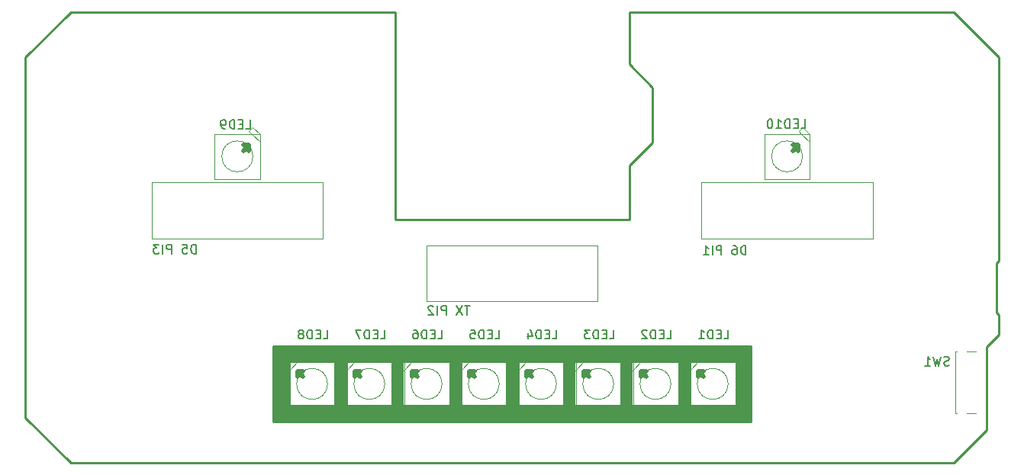
<source format=gbr>
%TF.GenerationSoftware,KiCad,Pcbnew,9.0.2*%
%TF.CreationDate,2025-06-25T10:28:10+01:00*%
%TF.ProjectId,FED3,46454433-2e6b-4696-9361-645f70636258,rev?*%
%TF.SameCoordinates,Original*%
%TF.FileFunction,Legend,Bot*%
%TF.FilePolarity,Positive*%
%FSLAX46Y46*%
G04 Gerber Fmt 4.6, Leading zero omitted, Abs format (unit mm)*
G04 Created by KiCad (PCBNEW 9.0.2) date 2025-06-25 10:28:10*
%MOMM*%
%LPD*%
G01*
G04 APERTURE LIST*
%ADD10C,0.508000*%
%ADD11C,0.200000*%
%ADD12C,0.100000*%
%TA.AperFunction,Profile*%
%ADD13C,0.250000*%
%TD*%
G04 APERTURE END LIST*
D10*
X156413600Y-119843600D02*
X157048600Y-120478600D01*
X137363600Y-119843600D02*
X137998600Y-120478600D01*
X169113600Y-119843600D02*
X169748600Y-119843600D01*
X162763600Y-119843600D02*
X163398600Y-120478600D01*
X169113600Y-119843600D02*
X169748600Y-120478600D01*
X162763600Y-119843600D02*
X163398600Y-119843600D01*
X124663600Y-119843600D02*
X125298600Y-120478600D01*
X119291500Y-94735700D02*
X119291500Y-95370700D01*
X180251500Y-94735700D02*
X179616500Y-95370700D01*
X156413600Y-119843600D02*
X156413600Y-120478600D01*
X143713600Y-119843600D02*
X144348600Y-120478600D01*
X131013600Y-119843600D02*
X131013600Y-120478600D01*
X137363600Y-119843600D02*
X137363600Y-120478600D01*
X150063600Y-119843600D02*
X150698600Y-120478600D01*
X180251500Y-94735700D02*
X180251500Y-95370700D01*
X131013600Y-119843600D02*
X131648600Y-120478600D01*
X169113600Y-119843600D02*
X169113600Y-120478600D01*
X119291500Y-94735700D02*
X118656500Y-95370700D01*
X137363600Y-119843600D02*
X137998600Y-119843600D01*
X143713600Y-119843600D02*
X144348600Y-119843600D01*
X156413600Y-119843600D02*
X157048600Y-119843600D01*
X162763600Y-119843600D02*
X162763600Y-120478600D01*
X150063600Y-119843600D02*
X150063600Y-120478600D01*
X124663600Y-119843600D02*
X124663600Y-120478600D01*
X119291500Y-94735700D02*
X118656500Y-94735700D01*
X150063600Y-119843600D02*
X150698600Y-119843600D01*
X131013600Y-119843600D02*
X131648600Y-119843600D01*
X143713600Y-119843600D02*
X143713600Y-120478600D01*
X124663600Y-119843600D02*
X125298600Y-119843600D01*
X180251500Y-94735700D02*
X179616500Y-94735700D01*
D11*
X174430326Y-106917219D02*
X174430326Y-105917219D01*
X174430326Y-105917219D02*
X174192231Y-105917219D01*
X174192231Y-105917219D02*
X174049374Y-105964838D01*
X174049374Y-105964838D02*
X173954136Y-106060076D01*
X173954136Y-106060076D02*
X173906517Y-106155314D01*
X173906517Y-106155314D02*
X173858898Y-106345790D01*
X173858898Y-106345790D02*
X173858898Y-106488647D01*
X173858898Y-106488647D02*
X173906517Y-106679123D01*
X173906517Y-106679123D02*
X173954136Y-106774361D01*
X173954136Y-106774361D02*
X174049374Y-106869600D01*
X174049374Y-106869600D02*
X174192231Y-106917219D01*
X174192231Y-106917219D02*
X174430326Y-106917219D01*
X173001755Y-105917219D02*
X173192231Y-105917219D01*
X173192231Y-105917219D02*
X173287469Y-105964838D01*
X173287469Y-105964838D02*
X173335088Y-106012457D01*
X173335088Y-106012457D02*
X173430326Y-106155314D01*
X173430326Y-106155314D02*
X173477945Y-106345790D01*
X173477945Y-106345790D02*
X173477945Y-106726742D01*
X173477945Y-106726742D02*
X173430326Y-106821980D01*
X173430326Y-106821980D02*
X173382707Y-106869600D01*
X173382707Y-106869600D02*
X173287469Y-106917219D01*
X173287469Y-106917219D02*
X173096993Y-106917219D01*
X173096993Y-106917219D02*
X173001755Y-106869600D01*
X173001755Y-106869600D02*
X172954136Y-106821980D01*
X172954136Y-106821980D02*
X172906517Y-106726742D01*
X172906517Y-106726742D02*
X172906517Y-106488647D01*
X172906517Y-106488647D02*
X172954136Y-106393409D01*
X172954136Y-106393409D02*
X173001755Y-106345790D01*
X173001755Y-106345790D02*
X173096993Y-106298171D01*
X173096993Y-106298171D02*
X173287469Y-106298171D01*
X173287469Y-106298171D02*
X173382707Y-106345790D01*
X173382707Y-106345790D02*
X173430326Y-106393409D01*
X173430326Y-106393409D02*
X173477945Y-106488647D01*
X171716040Y-106917219D02*
X171716040Y-105917219D01*
X171716040Y-105917219D02*
X171335088Y-105917219D01*
X171335088Y-105917219D02*
X171239850Y-105964838D01*
X171239850Y-105964838D02*
X171192231Y-106012457D01*
X171192231Y-106012457D02*
X171144612Y-106107695D01*
X171144612Y-106107695D02*
X171144612Y-106250552D01*
X171144612Y-106250552D02*
X171192231Y-106345790D01*
X171192231Y-106345790D02*
X171239850Y-106393409D01*
X171239850Y-106393409D02*
X171335088Y-106441028D01*
X171335088Y-106441028D02*
X171716040Y-106441028D01*
X170716040Y-106917219D02*
X170716040Y-105917219D01*
X169716041Y-106917219D02*
X170287469Y-106917219D01*
X170001755Y-106917219D02*
X170001755Y-105917219D01*
X170001755Y-105917219D02*
X170096993Y-106060076D01*
X170096993Y-106060076D02*
X170192231Y-106155314D01*
X170192231Y-106155314D02*
X170287469Y-106202933D01*
X143798183Y-112592219D02*
X143226755Y-112592219D01*
X143512469Y-113592219D02*
X143512469Y-112592219D01*
X142988659Y-112592219D02*
X142321993Y-113592219D01*
X142321993Y-112592219D02*
X142988659Y-113592219D01*
X141179135Y-113592219D02*
X141179135Y-112592219D01*
X141179135Y-112592219D02*
X140798183Y-112592219D01*
X140798183Y-112592219D02*
X140702945Y-112639838D01*
X140702945Y-112639838D02*
X140655326Y-112687457D01*
X140655326Y-112687457D02*
X140607707Y-112782695D01*
X140607707Y-112782695D02*
X140607707Y-112925552D01*
X140607707Y-112925552D02*
X140655326Y-113020790D01*
X140655326Y-113020790D02*
X140702945Y-113068409D01*
X140702945Y-113068409D02*
X140798183Y-113116028D01*
X140798183Y-113116028D02*
X141179135Y-113116028D01*
X140179135Y-113592219D02*
X140179135Y-112592219D01*
X139750564Y-112687457D02*
X139702945Y-112639838D01*
X139702945Y-112639838D02*
X139607707Y-112592219D01*
X139607707Y-112592219D02*
X139369612Y-112592219D01*
X139369612Y-112592219D02*
X139274374Y-112639838D01*
X139274374Y-112639838D02*
X139226755Y-112687457D01*
X139226755Y-112687457D02*
X139179136Y-112782695D01*
X139179136Y-112782695D02*
X139179136Y-112877933D01*
X139179136Y-112877933D02*
X139226755Y-113020790D01*
X139226755Y-113020790D02*
X139798183Y-113592219D01*
X139798183Y-113592219D02*
X139179136Y-113592219D01*
X113405326Y-106792219D02*
X113405326Y-105792219D01*
X113405326Y-105792219D02*
X113167231Y-105792219D01*
X113167231Y-105792219D02*
X113024374Y-105839838D01*
X113024374Y-105839838D02*
X112929136Y-105935076D01*
X112929136Y-105935076D02*
X112881517Y-106030314D01*
X112881517Y-106030314D02*
X112833898Y-106220790D01*
X112833898Y-106220790D02*
X112833898Y-106363647D01*
X112833898Y-106363647D02*
X112881517Y-106554123D01*
X112881517Y-106554123D02*
X112929136Y-106649361D01*
X112929136Y-106649361D02*
X113024374Y-106744600D01*
X113024374Y-106744600D02*
X113167231Y-106792219D01*
X113167231Y-106792219D02*
X113405326Y-106792219D01*
X111929136Y-105792219D02*
X112405326Y-105792219D01*
X112405326Y-105792219D02*
X112452945Y-106268409D01*
X112452945Y-106268409D02*
X112405326Y-106220790D01*
X112405326Y-106220790D02*
X112310088Y-106173171D01*
X112310088Y-106173171D02*
X112071993Y-106173171D01*
X112071993Y-106173171D02*
X111976755Y-106220790D01*
X111976755Y-106220790D02*
X111929136Y-106268409D01*
X111929136Y-106268409D02*
X111881517Y-106363647D01*
X111881517Y-106363647D02*
X111881517Y-106601742D01*
X111881517Y-106601742D02*
X111929136Y-106696980D01*
X111929136Y-106696980D02*
X111976755Y-106744600D01*
X111976755Y-106744600D02*
X112071993Y-106792219D01*
X112071993Y-106792219D02*
X112310088Y-106792219D01*
X112310088Y-106792219D02*
X112405326Y-106744600D01*
X112405326Y-106744600D02*
X112452945Y-106696980D01*
X110691040Y-106792219D02*
X110691040Y-105792219D01*
X110691040Y-105792219D02*
X110310088Y-105792219D01*
X110310088Y-105792219D02*
X110214850Y-105839838D01*
X110214850Y-105839838D02*
X110167231Y-105887457D01*
X110167231Y-105887457D02*
X110119612Y-105982695D01*
X110119612Y-105982695D02*
X110119612Y-106125552D01*
X110119612Y-106125552D02*
X110167231Y-106220790D01*
X110167231Y-106220790D02*
X110214850Y-106268409D01*
X110214850Y-106268409D02*
X110310088Y-106316028D01*
X110310088Y-106316028D02*
X110691040Y-106316028D01*
X109691040Y-106792219D02*
X109691040Y-105792219D01*
X109310088Y-105792219D02*
X108691041Y-105792219D01*
X108691041Y-105792219D02*
X109024374Y-106173171D01*
X109024374Y-106173171D02*
X108881517Y-106173171D01*
X108881517Y-106173171D02*
X108786279Y-106220790D01*
X108786279Y-106220790D02*
X108738660Y-106268409D01*
X108738660Y-106268409D02*
X108691041Y-106363647D01*
X108691041Y-106363647D02*
X108691041Y-106601742D01*
X108691041Y-106601742D02*
X108738660Y-106696980D01*
X108738660Y-106696980D02*
X108786279Y-106744600D01*
X108786279Y-106744600D02*
X108881517Y-106792219D01*
X108881517Y-106792219D02*
X109167231Y-106792219D01*
X109167231Y-106792219D02*
X109262469Y-106744600D01*
X109262469Y-106744600D02*
X109310088Y-106696980D01*
X180536340Y-92887219D02*
X181012530Y-92887219D01*
X181012530Y-92887219D02*
X181012530Y-91887219D01*
X180203006Y-92363409D02*
X179869673Y-92363409D01*
X179726816Y-92887219D02*
X180203006Y-92887219D01*
X180203006Y-92887219D02*
X180203006Y-91887219D01*
X180203006Y-91887219D02*
X179726816Y-91887219D01*
X179298244Y-92887219D02*
X179298244Y-91887219D01*
X179298244Y-91887219D02*
X179060149Y-91887219D01*
X179060149Y-91887219D02*
X178917292Y-91934838D01*
X178917292Y-91934838D02*
X178822054Y-92030076D01*
X178822054Y-92030076D02*
X178774435Y-92125314D01*
X178774435Y-92125314D02*
X178726816Y-92315790D01*
X178726816Y-92315790D02*
X178726816Y-92458647D01*
X178726816Y-92458647D02*
X178774435Y-92649123D01*
X178774435Y-92649123D02*
X178822054Y-92744361D01*
X178822054Y-92744361D02*
X178917292Y-92839600D01*
X178917292Y-92839600D02*
X179060149Y-92887219D01*
X179060149Y-92887219D02*
X179298244Y-92887219D01*
X177774435Y-92887219D02*
X178345863Y-92887219D01*
X178060149Y-92887219D02*
X178060149Y-91887219D01*
X178060149Y-91887219D02*
X178155387Y-92030076D01*
X178155387Y-92030076D02*
X178250625Y-92125314D01*
X178250625Y-92125314D02*
X178345863Y-92172933D01*
X177155387Y-91887219D02*
X177060149Y-91887219D01*
X177060149Y-91887219D02*
X176964911Y-91934838D01*
X176964911Y-91934838D02*
X176917292Y-91982457D01*
X176917292Y-91982457D02*
X176869673Y-92077695D01*
X176869673Y-92077695D02*
X176822054Y-92268171D01*
X176822054Y-92268171D02*
X176822054Y-92506266D01*
X176822054Y-92506266D02*
X176869673Y-92696742D01*
X176869673Y-92696742D02*
X176917292Y-92791980D01*
X176917292Y-92791980D02*
X176964911Y-92839600D01*
X176964911Y-92839600D02*
X177060149Y-92887219D01*
X177060149Y-92887219D02*
X177155387Y-92887219D01*
X177155387Y-92887219D02*
X177250625Y-92839600D01*
X177250625Y-92839600D02*
X177298244Y-92791980D01*
X177298244Y-92791980D02*
X177345863Y-92696742D01*
X177345863Y-92696742D02*
X177393482Y-92506266D01*
X177393482Y-92506266D02*
X177393482Y-92268171D01*
X177393482Y-92268171D02*
X177345863Y-92077695D01*
X177345863Y-92077695D02*
X177298244Y-91982457D01*
X177298244Y-91982457D02*
X177250625Y-91934838D01*
X177250625Y-91934838D02*
X177155387Y-91887219D01*
X152944359Y-116270719D02*
X153420549Y-116270719D01*
X153420549Y-116270719D02*
X153420549Y-115270719D01*
X152611025Y-115746909D02*
X152277692Y-115746909D01*
X152134835Y-116270719D02*
X152611025Y-116270719D01*
X152611025Y-116270719D02*
X152611025Y-115270719D01*
X152611025Y-115270719D02*
X152134835Y-115270719D01*
X151706263Y-116270719D02*
X151706263Y-115270719D01*
X151706263Y-115270719D02*
X151468168Y-115270719D01*
X151468168Y-115270719D02*
X151325311Y-115318338D01*
X151325311Y-115318338D02*
X151230073Y-115413576D01*
X151230073Y-115413576D02*
X151182454Y-115508814D01*
X151182454Y-115508814D02*
X151134835Y-115699290D01*
X151134835Y-115699290D02*
X151134835Y-115842147D01*
X151134835Y-115842147D02*
X151182454Y-116032623D01*
X151182454Y-116032623D02*
X151230073Y-116127861D01*
X151230073Y-116127861D02*
X151325311Y-116223100D01*
X151325311Y-116223100D02*
X151468168Y-116270719D01*
X151468168Y-116270719D02*
X151706263Y-116270719D01*
X150277692Y-115604052D02*
X150277692Y-116270719D01*
X150515787Y-115223100D02*
X150753882Y-115937385D01*
X150753882Y-115937385D02*
X150134835Y-115937385D01*
X196988720Y-119189600D02*
X196845863Y-119237219D01*
X196845863Y-119237219D02*
X196607768Y-119237219D01*
X196607768Y-119237219D02*
X196512530Y-119189600D01*
X196512530Y-119189600D02*
X196464911Y-119141980D01*
X196464911Y-119141980D02*
X196417292Y-119046742D01*
X196417292Y-119046742D02*
X196417292Y-118951504D01*
X196417292Y-118951504D02*
X196464911Y-118856266D01*
X196464911Y-118856266D02*
X196512530Y-118808647D01*
X196512530Y-118808647D02*
X196607768Y-118761028D01*
X196607768Y-118761028D02*
X196798244Y-118713409D01*
X196798244Y-118713409D02*
X196893482Y-118665790D01*
X196893482Y-118665790D02*
X196941101Y-118618171D01*
X196941101Y-118618171D02*
X196988720Y-118522933D01*
X196988720Y-118522933D02*
X196988720Y-118427695D01*
X196988720Y-118427695D02*
X196941101Y-118332457D01*
X196941101Y-118332457D02*
X196893482Y-118284838D01*
X196893482Y-118284838D02*
X196798244Y-118237219D01*
X196798244Y-118237219D02*
X196560149Y-118237219D01*
X196560149Y-118237219D02*
X196417292Y-118284838D01*
X196083958Y-118237219D02*
X195845863Y-119237219D01*
X195845863Y-119237219D02*
X195655387Y-118522933D01*
X195655387Y-118522933D02*
X195464911Y-119237219D01*
X195464911Y-119237219D02*
X195226816Y-118237219D01*
X194322054Y-119237219D02*
X194893482Y-119237219D01*
X194607768Y-119237219D02*
X194607768Y-118237219D01*
X194607768Y-118237219D02*
X194703006Y-118380076D01*
X194703006Y-118380076D02*
X194798244Y-118475314D01*
X194798244Y-118475314D02*
X194893482Y-118522933D01*
X118933959Y-92937219D02*
X119410149Y-92937219D01*
X119410149Y-92937219D02*
X119410149Y-91937219D01*
X118600625Y-92413409D02*
X118267292Y-92413409D01*
X118124435Y-92937219D02*
X118600625Y-92937219D01*
X118600625Y-92937219D02*
X118600625Y-91937219D01*
X118600625Y-91937219D02*
X118124435Y-91937219D01*
X117695863Y-92937219D02*
X117695863Y-91937219D01*
X117695863Y-91937219D02*
X117457768Y-91937219D01*
X117457768Y-91937219D02*
X117314911Y-91984838D01*
X117314911Y-91984838D02*
X117219673Y-92080076D01*
X117219673Y-92080076D02*
X117172054Y-92175314D01*
X117172054Y-92175314D02*
X117124435Y-92365790D01*
X117124435Y-92365790D02*
X117124435Y-92508647D01*
X117124435Y-92508647D02*
X117172054Y-92699123D01*
X117172054Y-92699123D02*
X117219673Y-92794361D01*
X117219673Y-92794361D02*
X117314911Y-92889600D01*
X117314911Y-92889600D02*
X117457768Y-92937219D01*
X117457768Y-92937219D02*
X117695863Y-92937219D01*
X116648244Y-92937219D02*
X116457768Y-92937219D01*
X116457768Y-92937219D02*
X116362530Y-92889600D01*
X116362530Y-92889600D02*
X116314911Y-92841980D01*
X116314911Y-92841980D02*
X116219673Y-92699123D01*
X116219673Y-92699123D02*
X116172054Y-92508647D01*
X116172054Y-92508647D02*
X116172054Y-92127695D01*
X116172054Y-92127695D02*
X116219673Y-92032457D01*
X116219673Y-92032457D02*
X116267292Y-91984838D01*
X116267292Y-91984838D02*
X116362530Y-91937219D01*
X116362530Y-91937219D02*
X116553006Y-91937219D01*
X116553006Y-91937219D02*
X116648244Y-91984838D01*
X116648244Y-91984838D02*
X116695863Y-92032457D01*
X116695863Y-92032457D02*
X116743482Y-92127695D01*
X116743482Y-92127695D02*
X116743482Y-92365790D01*
X116743482Y-92365790D02*
X116695863Y-92461028D01*
X116695863Y-92461028D02*
X116648244Y-92508647D01*
X116648244Y-92508647D02*
X116553006Y-92556266D01*
X116553006Y-92556266D02*
X116362530Y-92556266D01*
X116362530Y-92556266D02*
X116267292Y-92508647D01*
X116267292Y-92508647D02*
X116219673Y-92461028D01*
X116219673Y-92461028D02*
X116172054Y-92365790D01*
X127544359Y-116270719D02*
X128020549Y-116270719D01*
X128020549Y-116270719D02*
X128020549Y-115270719D01*
X127211025Y-115746909D02*
X126877692Y-115746909D01*
X126734835Y-116270719D02*
X127211025Y-116270719D01*
X127211025Y-116270719D02*
X127211025Y-115270719D01*
X127211025Y-115270719D02*
X126734835Y-115270719D01*
X126306263Y-116270719D02*
X126306263Y-115270719D01*
X126306263Y-115270719D02*
X126068168Y-115270719D01*
X126068168Y-115270719D02*
X125925311Y-115318338D01*
X125925311Y-115318338D02*
X125830073Y-115413576D01*
X125830073Y-115413576D02*
X125782454Y-115508814D01*
X125782454Y-115508814D02*
X125734835Y-115699290D01*
X125734835Y-115699290D02*
X125734835Y-115842147D01*
X125734835Y-115842147D02*
X125782454Y-116032623D01*
X125782454Y-116032623D02*
X125830073Y-116127861D01*
X125830073Y-116127861D02*
X125925311Y-116223100D01*
X125925311Y-116223100D02*
X126068168Y-116270719D01*
X126068168Y-116270719D02*
X126306263Y-116270719D01*
X125163406Y-115699290D02*
X125258644Y-115651671D01*
X125258644Y-115651671D02*
X125306263Y-115604052D01*
X125306263Y-115604052D02*
X125353882Y-115508814D01*
X125353882Y-115508814D02*
X125353882Y-115461195D01*
X125353882Y-115461195D02*
X125306263Y-115365957D01*
X125306263Y-115365957D02*
X125258644Y-115318338D01*
X125258644Y-115318338D02*
X125163406Y-115270719D01*
X125163406Y-115270719D02*
X124972930Y-115270719D01*
X124972930Y-115270719D02*
X124877692Y-115318338D01*
X124877692Y-115318338D02*
X124830073Y-115365957D01*
X124830073Y-115365957D02*
X124782454Y-115461195D01*
X124782454Y-115461195D02*
X124782454Y-115508814D01*
X124782454Y-115508814D02*
X124830073Y-115604052D01*
X124830073Y-115604052D02*
X124877692Y-115651671D01*
X124877692Y-115651671D02*
X124972930Y-115699290D01*
X124972930Y-115699290D02*
X125163406Y-115699290D01*
X125163406Y-115699290D02*
X125258644Y-115746909D01*
X125258644Y-115746909D02*
X125306263Y-115794528D01*
X125306263Y-115794528D02*
X125353882Y-115889766D01*
X125353882Y-115889766D02*
X125353882Y-116080242D01*
X125353882Y-116080242D02*
X125306263Y-116175480D01*
X125306263Y-116175480D02*
X125258644Y-116223100D01*
X125258644Y-116223100D02*
X125163406Y-116270719D01*
X125163406Y-116270719D02*
X124972930Y-116270719D01*
X124972930Y-116270719D02*
X124877692Y-116223100D01*
X124877692Y-116223100D02*
X124830073Y-116175480D01*
X124830073Y-116175480D02*
X124782454Y-116080242D01*
X124782454Y-116080242D02*
X124782454Y-115889766D01*
X124782454Y-115889766D02*
X124830073Y-115794528D01*
X124830073Y-115794528D02*
X124877692Y-115746909D01*
X124877692Y-115746909D02*
X124972930Y-115699290D01*
X159294359Y-116270719D02*
X159770549Y-116270719D01*
X159770549Y-116270719D02*
X159770549Y-115270719D01*
X158961025Y-115746909D02*
X158627692Y-115746909D01*
X158484835Y-116270719D02*
X158961025Y-116270719D01*
X158961025Y-116270719D02*
X158961025Y-115270719D01*
X158961025Y-115270719D02*
X158484835Y-115270719D01*
X158056263Y-116270719D02*
X158056263Y-115270719D01*
X158056263Y-115270719D02*
X157818168Y-115270719D01*
X157818168Y-115270719D02*
X157675311Y-115318338D01*
X157675311Y-115318338D02*
X157580073Y-115413576D01*
X157580073Y-115413576D02*
X157532454Y-115508814D01*
X157532454Y-115508814D02*
X157484835Y-115699290D01*
X157484835Y-115699290D02*
X157484835Y-115842147D01*
X157484835Y-115842147D02*
X157532454Y-116032623D01*
X157532454Y-116032623D02*
X157580073Y-116127861D01*
X157580073Y-116127861D02*
X157675311Y-116223100D01*
X157675311Y-116223100D02*
X157818168Y-116270719D01*
X157818168Y-116270719D02*
X158056263Y-116270719D01*
X157151501Y-115270719D02*
X156532454Y-115270719D01*
X156532454Y-115270719D02*
X156865787Y-115651671D01*
X156865787Y-115651671D02*
X156722930Y-115651671D01*
X156722930Y-115651671D02*
X156627692Y-115699290D01*
X156627692Y-115699290D02*
X156580073Y-115746909D01*
X156580073Y-115746909D02*
X156532454Y-115842147D01*
X156532454Y-115842147D02*
X156532454Y-116080242D01*
X156532454Y-116080242D02*
X156580073Y-116175480D01*
X156580073Y-116175480D02*
X156627692Y-116223100D01*
X156627692Y-116223100D02*
X156722930Y-116270719D01*
X156722930Y-116270719D02*
X157008644Y-116270719D01*
X157008644Y-116270719D02*
X157103882Y-116223100D01*
X157103882Y-116223100D02*
X157151501Y-116175480D01*
X171994359Y-116270719D02*
X172470549Y-116270719D01*
X172470549Y-116270719D02*
X172470549Y-115270719D01*
X171661025Y-115746909D02*
X171327692Y-115746909D01*
X171184835Y-116270719D02*
X171661025Y-116270719D01*
X171661025Y-116270719D02*
X171661025Y-115270719D01*
X171661025Y-115270719D02*
X171184835Y-115270719D01*
X170756263Y-116270719D02*
X170756263Y-115270719D01*
X170756263Y-115270719D02*
X170518168Y-115270719D01*
X170518168Y-115270719D02*
X170375311Y-115318338D01*
X170375311Y-115318338D02*
X170280073Y-115413576D01*
X170280073Y-115413576D02*
X170232454Y-115508814D01*
X170232454Y-115508814D02*
X170184835Y-115699290D01*
X170184835Y-115699290D02*
X170184835Y-115842147D01*
X170184835Y-115842147D02*
X170232454Y-116032623D01*
X170232454Y-116032623D02*
X170280073Y-116127861D01*
X170280073Y-116127861D02*
X170375311Y-116223100D01*
X170375311Y-116223100D02*
X170518168Y-116270719D01*
X170518168Y-116270719D02*
X170756263Y-116270719D01*
X169232454Y-116270719D02*
X169803882Y-116270719D01*
X169518168Y-116270719D02*
X169518168Y-115270719D01*
X169518168Y-115270719D02*
X169613406Y-115413576D01*
X169613406Y-115413576D02*
X169708644Y-115508814D01*
X169708644Y-115508814D02*
X169803882Y-115556433D01*
X165644359Y-116270719D02*
X166120549Y-116270719D01*
X166120549Y-116270719D02*
X166120549Y-115270719D01*
X165311025Y-115746909D02*
X164977692Y-115746909D01*
X164834835Y-116270719D02*
X165311025Y-116270719D01*
X165311025Y-116270719D02*
X165311025Y-115270719D01*
X165311025Y-115270719D02*
X164834835Y-115270719D01*
X164406263Y-116270719D02*
X164406263Y-115270719D01*
X164406263Y-115270719D02*
X164168168Y-115270719D01*
X164168168Y-115270719D02*
X164025311Y-115318338D01*
X164025311Y-115318338D02*
X163930073Y-115413576D01*
X163930073Y-115413576D02*
X163882454Y-115508814D01*
X163882454Y-115508814D02*
X163834835Y-115699290D01*
X163834835Y-115699290D02*
X163834835Y-115842147D01*
X163834835Y-115842147D02*
X163882454Y-116032623D01*
X163882454Y-116032623D02*
X163930073Y-116127861D01*
X163930073Y-116127861D02*
X164025311Y-116223100D01*
X164025311Y-116223100D02*
X164168168Y-116270719D01*
X164168168Y-116270719D02*
X164406263Y-116270719D01*
X163453882Y-115365957D02*
X163406263Y-115318338D01*
X163406263Y-115318338D02*
X163311025Y-115270719D01*
X163311025Y-115270719D02*
X163072930Y-115270719D01*
X163072930Y-115270719D02*
X162977692Y-115318338D01*
X162977692Y-115318338D02*
X162930073Y-115365957D01*
X162930073Y-115365957D02*
X162882454Y-115461195D01*
X162882454Y-115461195D02*
X162882454Y-115556433D01*
X162882454Y-115556433D02*
X162930073Y-115699290D01*
X162930073Y-115699290D02*
X163501501Y-116270719D01*
X163501501Y-116270719D02*
X162882454Y-116270719D01*
X140244359Y-116270719D02*
X140720549Y-116270719D01*
X140720549Y-116270719D02*
X140720549Y-115270719D01*
X139911025Y-115746909D02*
X139577692Y-115746909D01*
X139434835Y-116270719D02*
X139911025Y-116270719D01*
X139911025Y-116270719D02*
X139911025Y-115270719D01*
X139911025Y-115270719D02*
X139434835Y-115270719D01*
X139006263Y-116270719D02*
X139006263Y-115270719D01*
X139006263Y-115270719D02*
X138768168Y-115270719D01*
X138768168Y-115270719D02*
X138625311Y-115318338D01*
X138625311Y-115318338D02*
X138530073Y-115413576D01*
X138530073Y-115413576D02*
X138482454Y-115508814D01*
X138482454Y-115508814D02*
X138434835Y-115699290D01*
X138434835Y-115699290D02*
X138434835Y-115842147D01*
X138434835Y-115842147D02*
X138482454Y-116032623D01*
X138482454Y-116032623D02*
X138530073Y-116127861D01*
X138530073Y-116127861D02*
X138625311Y-116223100D01*
X138625311Y-116223100D02*
X138768168Y-116270719D01*
X138768168Y-116270719D02*
X139006263Y-116270719D01*
X137577692Y-115270719D02*
X137768168Y-115270719D01*
X137768168Y-115270719D02*
X137863406Y-115318338D01*
X137863406Y-115318338D02*
X137911025Y-115365957D01*
X137911025Y-115365957D02*
X138006263Y-115508814D01*
X138006263Y-115508814D02*
X138053882Y-115699290D01*
X138053882Y-115699290D02*
X138053882Y-116080242D01*
X138053882Y-116080242D02*
X138006263Y-116175480D01*
X138006263Y-116175480D02*
X137958644Y-116223100D01*
X137958644Y-116223100D02*
X137863406Y-116270719D01*
X137863406Y-116270719D02*
X137672930Y-116270719D01*
X137672930Y-116270719D02*
X137577692Y-116223100D01*
X137577692Y-116223100D02*
X137530073Y-116175480D01*
X137530073Y-116175480D02*
X137482454Y-116080242D01*
X137482454Y-116080242D02*
X137482454Y-115842147D01*
X137482454Y-115842147D02*
X137530073Y-115746909D01*
X137530073Y-115746909D02*
X137577692Y-115699290D01*
X137577692Y-115699290D02*
X137672930Y-115651671D01*
X137672930Y-115651671D02*
X137863406Y-115651671D01*
X137863406Y-115651671D02*
X137958644Y-115699290D01*
X137958644Y-115699290D02*
X138006263Y-115746909D01*
X138006263Y-115746909D02*
X138053882Y-115842147D01*
X133894359Y-116270719D02*
X134370549Y-116270719D01*
X134370549Y-116270719D02*
X134370549Y-115270719D01*
X133561025Y-115746909D02*
X133227692Y-115746909D01*
X133084835Y-116270719D02*
X133561025Y-116270719D01*
X133561025Y-116270719D02*
X133561025Y-115270719D01*
X133561025Y-115270719D02*
X133084835Y-115270719D01*
X132656263Y-116270719D02*
X132656263Y-115270719D01*
X132656263Y-115270719D02*
X132418168Y-115270719D01*
X132418168Y-115270719D02*
X132275311Y-115318338D01*
X132275311Y-115318338D02*
X132180073Y-115413576D01*
X132180073Y-115413576D02*
X132132454Y-115508814D01*
X132132454Y-115508814D02*
X132084835Y-115699290D01*
X132084835Y-115699290D02*
X132084835Y-115842147D01*
X132084835Y-115842147D02*
X132132454Y-116032623D01*
X132132454Y-116032623D02*
X132180073Y-116127861D01*
X132180073Y-116127861D02*
X132275311Y-116223100D01*
X132275311Y-116223100D02*
X132418168Y-116270719D01*
X132418168Y-116270719D02*
X132656263Y-116270719D01*
X131751501Y-115270719D02*
X131084835Y-115270719D01*
X131084835Y-115270719D02*
X131513406Y-116270719D01*
X146594359Y-116270719D02*
X147070549Y-116270719D01*
X147070549Y-116270719D02*
X147070549Y-115270719D01*
X146261025Y-115746909D02*
X145927692Y-115746909D01*
X145784835Y-116270719D02*
X146261025Y-116270719D01*
X146261025Y-116270719D02*
X146261025Y-115270719D01*
X146261025Y-115270719D02*
X145784835Y-115270719D01*
X145356263Y-116270719D02*
X145356263Y-115270719D01*
X145356263Y-115270719D02*
X145118168Y-115270719D01*
X145118168Y-115270719D02*
X144975311Y-115318338D01*
X144975311Y-115318338D02*
X144880073Y-115413576D01*
X144880073Y-115413576D02*
X144832454Y-115508814D01*
X144832454Y-115508814D02*
X144784835Y-115699290D01*
X144784835Y-115699290D02*
X144784835Y-115842147D01*
X144784835Y-115842147D02*
X144832454Y-116032623D01*
X144832454Y-116032623D02*
X144880073Y-116127861D01*
X144880073Y-116127861D02*
X144975311Y-116223100D01*
X144975311Y-116223100D02*
X145118168Y-116270719D01*
X145118168Y-116270719D02*
X145356263Y-116270719D01*
X143880073Y-115270719D02*
X144356263Y-115270719D01*
X144356263Y-115270719D02*
X144403882Y-115746909D01*
X144403882Y-115746909D02*
X144356263Y-115699290D01*
X144356263Y-115699290D02*
X144261025Y-115651671D01*
X144261025Y-115651671D02*
X144022930Y-115651671D01*
X144022930Y-115651671D02*
X143927692Y-115699290D01*
X143927692Y-115699290D02*
X143880073Y-115746909D01*
X143880073Y-115746909D02*
X143832454Y-115842147D01*
X143832454Y-115842147D02*
X143832454Y-116080242D01*
X143832454Y-116080242D02*
X143880073Y-116175480D01*
X143880073Y-116175480D02*
X143927692Y-116223100D01*
X143927692Y-116223100D02*
X144022930Y-116270719D01*
X144022930Y-116270719D02*
X144261025Y-116270719D01*
X144261025Y-116270719D02*
X144356263Y-116223100D01*
X144356263Y-116223100D02*
X144403882Y-116175480D01*
D12*
%TO.C,LED10*%
X176501100Y-93500400D02*
X176501100Y-98500400D01*
X176501100Y-98500400D02*
X181501100Y-98500400D01*
X180301100Y-93200400D02*
X180701100Y-92800400D01*
X180601100Y-93500400D02*
X176501100Y-93500400D01*
X180601100Y-93500400D02*
X180301100Y-93200400D01*
X180701100Y-92800400D02*
X181501100Y-93500400D01*
X181501100Y-93500400D02*
X180601100Y-93500400D01*
X181501100Y-94400400D02*
X180601100Y-93500400D01*
X181501100Y-94400400D02*
X181501100Y-93500400D01*
X181501100Y-98500400D02*
X181501100Y-94400400D01*
X180721562Y-96000400D02*
G75*
G02*
X177280638Y-96000400I-1720462J0D01*
G01*
X177280638Y-96000400D02*
G75*
G02*
X180721562Y-96000400I1720462J0D01*
G01*
%TO.C,LED4*%
X148501900Y-119566000D02*
X149201900Y-118766000D01*
X148901900Y-119966000D02*
X148501900Y-119566000D01*
X149201900Y-118766000D02*
X149201900Y-119666000D01*
X149201900Y-119666000D02*
X148901900Y-119966000D01*
X149201900Y-119666000D02*
X149201900Y-123766000D01*
X149201900Y-123766000D02*
X154201900Y-123766000D01*
X150101900Y-118766000D02*
X149201900Y-118766000D01*
X150101900Y-118766000D02*
X149201900Y-119666000D01*
X154201900Y-118766000D02*
X150101900Y-118766000D01*
X154201900Y-123766000D02*
X154201900Y-118766000D01*
X153422362Y-121266000D02*
G75*
G02*
X149981438Y-121266000I-1720462J0D01*
G01*
X149981438Y-121266000D02*
G75*
G02*
X153422362Y-121266000I1720462J0D01*
G01*
%TO.C,SW1*%
X197700000Y-117650000D02*
X197700000Y-124500000D01*
X197700000Y-124500000D02*
X197800000Y-124500000D01*
X197800000Y-117650000D02*
X197700000Y-117650000D01*
X198900000Y-124500000D02*
X200000000Y-124500000D01*
X200000000Y-117650000D02*
X198900000Y-117650000D01*
X201100000Y-124500000D02*
X201150000Y-124500000D01*
X201150000Y-117650000D02*
X201100000Y-117650000D01*
X201150000Y-124500000D02*
X201150000Y-117650000D01*
%TO.C,LED9*%
X115501100Y-93500400D02*
X115501100Y-98500400D01*
X115501100Y-98500400D02*
X120501100Y-98500400D01*
X119301100Y-93200400D02*
X119701100Y-92800400D01*
X119601100Y-93500400D02*
X115501100Y-93500400D01*
X119601100Y-93500400D02*
X119301100Y-93200400D01*
X119701100Y-92800400D02*
X120501100Y-93500400D01*
X120501100Y-93500400D02*
X119601100Y-93500400D01*
X120501100Y-94400400D02*
X119601100Y-93500400D01*
X120501100Y-94400400D02*
X120501100Y-93500400D01*
X120501100Y-98500400D02*
X120501100Y-94400400D01*
X119721562Y-96000400D02*
G75*
G02*
X116280638Y-96000400I-1720462J0D01*
G01*
X116280638Y-96000400D02*
G75*
G02*
X119721562Y-96000400I1720462J0D01*
G01*
%TO.C,LED8*%
X123101900Y-119566000D02*
X123801900Y-118766000D01*
X123501900Y-119966000D02*
X123101900Y-119566000D01*
X123801900Y-118766000D02*
X123801900Y-119666000D01*
X123801900Y-119666000D02*
X123501900Y-119966000D01*
X123801900Y-119666000D02*
X123801900Y-123766000D01*
X123801900Y-123766000D02*
X128801900Y-123766000D01*
X124701900Y-118766000D02*
X123801900Y-118766000D01*
X124701900Y-118766000D02*
X123801900Y-119666000D01*
X128801900Y-118766000D02*
X124701900Y-118766000D01*
X128801900Y-123766000D02*
X128801900Y-118766000D01*
X128022362Y-121266000D02*
G75*
G02*
X124581438Y-121266000I-1720462J0D01*
G01*
X124581438Y-121266000D02*
G75*
G02*
X128022362Y-121266000I1720462J0D01*
G01*
%TO.C,LED3*%
X154851900Y-119566000D02*
X155551900Y-118766000D01*
X155251900Y-119966000D02*
X154851900Y-119566000D01*
X155551900Y-118766000D02*
X155551900Y-119666000D01*
X155551900Y-119666000D02*
X155251900Y-119966000D01*
X155551900Y-119666000D02*
X155551900Y-123766000D01*
X155551900Y-123766000D02*
X160551900Y-123766000D01*
X156451900Y-118766000D02*
X155551900Y-118766000D01*
X156451900Y-118766000D02*
X155551900Y-119666000D01*
X160551900Y-118766000D02*
X156451900Y-118766000D01*
X160551900Y-123766000D02*
X160551900Y-118766000D01*
X159772362Y-121266000D02*
G75*
G02*
X156331438Y-121266000I-1720462J0D01*
G01*
X156331438Y-121266000D02*
G75*
G02*
X159772362Y-121266000I1720462J0D01*
G01*
%TO.C,LED1*%
X167551900Y-119566000D02*
X168251900Y-118766000D01*
X167951900Y-119966000D02*
X167551900Y-119566000D01*
X168251900Y-118766000D02*
X168251900Y-119666000D01*
X168251900Y-119666000D02*
X167951900Y-119966000D01*
X168251900Y-119666000D02*
X168251900Y-123766000D01*
X168251900Y-123766000D02*
X173251900Y-123766000D01*
X169151900Y-118766000D02*
X168251900Y-118766000D01*
X169151900Y-118766000D02*
X168251900Y-119666000D01*
X173251900Y-118766000D02*
X169151900Y-118766000D01*
X173251900Y-123766000D02*
X173251900Y-118766000D01*
X172472362Y-121266000D02*
G75*
G02*
X169031438Y-121266000I-1720462J0D01*
G01*
X169031438Y-121266000D02*
G75*
G02*
X172472362Y-121266000I1720462J0D01*
G01*
%TO.C,PI3*%
X108501100Y-98903600D02*
X108501100Y-105103600D01*
X108501100Y-105103600D02*
X127501100Y-105103600D01*
X127501100Y-98903600D02*
X108501100Y-98903600D01*
X127501100Y-98903600D02*
X127501100Y-98903600D01*
X127501100Y-105103600D02*
X127501100Y-98903600D01*
%TO.C,PI1*%
X169501100Y-98903600D02*
X169501100Y-105103600D01*
X169501100Y-105103600D02*
X188501100Y-105103600D01*
X188501100Y-98903600D02*
X169501100Y-98903600D01*
X188501100Y-98903600D02*
X188501100Y-98903600D01*
X188501100Y-105103600D02*
X188501100Y-98903600D01*
%TO.C,PI2*%
X139001100Y-105903600D02*
X139001100Y-112103600D01*
X139001100Y-112103600D02*
X158001100Y-112103600D01*
X158001100Y-105903600D02*
X139001100Y-105903600D01*
X158001100Y-105903600D02*
X158001100Y-105903600D01*
X158001100Y-112103600D02*
X158001100Y-105903600D01*
%TO.C,LED2*%
X161201900Y-119566000D02*
X161901900Y-118766000D01*
X161601900Y-119966000D02*
X161201900Y-119566000D01*
X161901900Y-118766000D02*
X161901900Y-119666000D01*
X161901900Y-119666000D02*
X161601900Y-119966000D01*
X161901900Y-119666000D02*
X161901900Y-123766000D01*
X161901900Y-123766000D02*
X166901900Y-123766000D01*
X162801900Y-118766000D02*
X161901900Y-118766000D01*
X162801900Y-118766000D02*
X161901900Y-119666000D01*
X166901900Y-118766000D02*
X162801900Y-118766000D01*
X166901900Y-123766000D02*
X166901900Y-118766000D01*
X166122362Y-121266000D02*
G75*
G02*
X162681438Y-121266000I-1720462J0D01*
G01*
X162681438Y-121266000D02*
G75*
G02*
X166122362Y-121266000I1720462J0D01*
G01*
%TO.C,LED6*%
X135801900Y-119566000D02*
X136501900Y-118766000D01*
X136201900Y-119966000D02*
X135801900Y-119566000D01*
X136501900Y-118766000D02*
X136501900Y-119666000D01*
X136501900Y-119666000D02*
X136201900Y-119966000D01*
X136501900Y-119666000D02*
X136501900Y-123766000D01*
X136501900Y-123766000D02*
X141501900Y-123766000D01*
X137401900Y-118766000D02*
X136501900Y-118766000D01*
X137401900Y-118766000D02*
X136501900Y-119666000D01*
X141501900Y-118766000D02*
X137401900Y-118766000D01*
X141501900Y-123766000D02*
X141501900Y-118766000D01*
X140722362Y-121266000D02*
G75*
G02*
X137281438Y-121266000I-1720462J0D01*
G01*
X137281438Y-121266000D02*
G75*
G02*
X140722362Y-121266000I1720462J0D01*
G01*
%TO.C,LED7*%
X129451900Y-119566000D02*
X130151900Y-118766000D01*
X129851900Y-119966000D02*
X129451900Y-119566000D01*
X130151900Y-118766000D02*
X130151900Y-119666000D01*
X130151900Y-119666000D02*
X129851900Y-119966000D01*
X130151900Y-119666000D02*
X130151900Y-123766000D01*
X130151900Y-123766000D02*
X135151900Y-123766000D01*
X131051900Y-118766000D02*
X130151900Y-118766000D01*
X131051900Y-118766000D02*
X130151900Y-119666000D01*
X135151900Y-118766000D02*
X131051900Y-118766000D01*
X135151900Y-123766000D02*
X135151900Y-118766000D01*
X134372362Y-121266000D02*
G75*
G02*
X130931438Y-121266000I-1720462J0D01*
G01*
X130931438Y-121266000D02*
G75*
G02*
X134372362Y-121266000I1720462J0D01*
G01*
%TO.C,LED5*%
X142151900Y-119566000D02*
X142851900Y-118766000D01*
X142551900Y-119966000D02*
X142151900Y-119566000D01*
X142851900Y-118766000D02*
X142851900Y-119666000D01*
X142851900Y-119666000D02*
X142551900Y-119966000D01*
X142851900Y-119666000D02*
X142851900Y-123766000D01*
X142851900Y-123766000D02*
X147851900Y-123766000D01*
X143751900Y-118766000D02*
X142851900Y-118766000D01*
X143751900Y-118766000D02*
X142851900Y-119666000D01*
X147851900Y-118766000D02*
X143751900Y-118766000D01*
X147851900Y-123766000D02*
X147851900Y-118766000D01*
X147072362Y-121266000D02*
G75*
G02*
X143631438Y-121266000I-1720462J0D01*
G01*
X143631438Y-121266000D02*
G75*
G02*
X147072362Y-121266000I1720462J0D01*
G01*
%TD*%
G36*
X123844939Y-123378085D02*
G01*
X123890694Y-123430889D01*
X123901900Y-123482400D01*
X123901900Y-123608400D01*
X128767700Y-123608400D01*
X128767700Y-123482400D01*
X128787385Y-123415361D01*
X128840189Y-123369606D01*
X128891700Y-123358400D01*
X130027900Y-123358400D01*
X130094939Y-123378085D01*
X130140694Y-123430889D01*
X130151900Y-123482400D01*
X130151900Y-123608400D01*
X135115800Y-123608400D01*
X135115800Y-123482400D01*
X135135485Y-123415361D01*
X135188289Y-123369606D01*
X135239800Y-123358400D01*
X136376000Y-123358400D01*
X136443039Y-123378085D01*
X136488794Y-123430889D01*
X136500000Y-123482400D01*
X136500000Y-123608400D01*
X141515800Y-123608400D01*
X141515800Y-123482400D01*
X141535485Y-123415361D01*
X141588289Y-123369606D01*
X141639800Y-123358400D01*
X142776000Y-123358400D01*
X142843039Y-123378085D01*
X142888794Y-123430889D01*
X142900000Y-123482400D01*
X142900000Y-123608400D01*
X147817700Y-123608400D01*
X147817700Y-123482400D01*
X147837385Y-123415361D01*
X147890189Y-123369606D01*
X147941700Y-123358400D01*
X149077900Y-123358400D01*
X149144939Y-123378085D01*
X149190694Y-123430889D01*
X149201900Y-123482400D01*
X149201900Y-123608400D01*
X154115800Y-123608400D01*
X154115800Y-123482400D01*
X154135485Y-123415361D01*
X154188289Y-123369606D01*
X154239800Y-123358400D01*
X155376000Y-123358400D01*
X155443039Y-123378085D01*
X155488794Y-123430889D01*
X155500000Y-123482400D01*
X155500000Y-123608400D01*
X160507900Y-123608400D01*
X160507900Y-123482400D01*
X160527585Y-123415361D01*
X160580389Y-123369606D01*
X160631900Y-123358400D01*
X161768100Y-123358400D01*
X161835139Y-123378085D01*
X161880894Y-123430889D01*
X161892100Y-123482400D01*
X161892100Y-123608400D01*
X166896200Y-123608400D01*
X166896200Y-123482400D01*
X166915885Y-123415361D01*
X166968689Y-123369606D01*
X167020200Y-123358400D01*
X168156400Y-123358400D01*
X168223439Y-123378085D01*
X168269194Y-123430889D01*
X168280400Y-123482400D01*
X168280400Y-123608400D01*
X173267600Y-123608400D01*
X173267600Y-123482400D01*
X173287285Y-123415361D01*
X173340089Y-123369606D01*
X173391600Y-123358400D01*
X175022100Y-123358400D01*
X175089139Y-123378085D01*
X175134894Y-123430889D01*
X175146100Y-123482400D01*
X175146100Y-125468600D01*
X175126415Y-125535639D01*
X175073611Y-125581394D01*
X175022100Y-125592600D01*
X122041700Y-125592600D01*
X121974661Y-125572915D01*
X121928906Y-125520111D01*
X121917700Y-125468600D01*
X121917700Y-123482400D01*
X121937385Y-123415361D01*
X121990189Y-123369606D01*
X122041700Y-123358400D01*
X123777900Y-123358400D01*
X123844939Y-123378085D01*
G37*
G36*
X168268490Y-116986100D02*
G01*
X168406400Y-116986100D01*
X168473439Y-117005785D01*
X168519194Y-117058589D01*
X168530400Y-117110100D01*
X168530400Y-118846300D01*
X168510715Y-118913339D01*
X168457911Y-118959094D01*
X168406400Y-118970300D01*
X168280400Y-118970300D01*
X168280400Y-123608400D01*
X168406400Y-123608400D01*
X168473439Y-123628085D01*
X168519194Y-123680889D01*
X168530400Y-123732400D01*
X168530400Y-125468600D01*
X168510715Y-125535639D01*
X168457911Y-125581394D01*
X168406400Y-125592600D01*
X166770200Y-125592600D01*
X166703161Y-125572915D01*
X166657406Y-125520111D01*
X166646200Y-125468600D01*
X166646200Y-123732400D01*
X166665885Y-123665361D01*
X166718689Y-123619606D01*
X166770200Y-123608400D01*
X166896200Y-123608400D01*
X166896200Y-118970300D01*
X166770200Y-118970300D01*
X166703161Y-118950615D01*
X166657406Y-118897811D01*
X166646200Y-118846300D01*
X166646200Y-117110100D01*
X166665885Y-117043061D01*
X166718689Y-116997306D01*
X166770200Y-116986100D01*
X166912760Y-116986100D01*
X166937604Y-116972534D01*
X166963962Y-116969700D01*
X168212638Y-116969700D01*
X168268490Y-116986100D01*
G37*
G36*
X175089139Y-116985685D02*
G01*
X175134894Y-117038489D01*
X175146100Y-117090000D01*
X175146100Y-125468600D01*
X175126415Y-125535639D01*
X175073611Y-125581394D01*
X175022100Y-125592600D01*
X173141600Y-125592600D01*
X173074561Y-125572915D01*
X173028806Y-125520111D01*
X173017600Y-125468600D01*
X173017600Y-123732400D01*
X173037285Y-123665361D01*
X173090089Y-123619606D01*
X173141600Y-123608400D01*
X173267600Y-123608400D01*
X173267600Y-118970300D01*
X173141600Y-118970300D01*
X173074561Y-118950615D01*
X173028806Y-118897811D01*
X173017600Y-118846300D01*
X173017600Y-117110100D01*
X173037285Y-117043061D01*
X173090089Y-116997306D01*
X173141600Y-116986100D01*
X173281084Y-116986100D01*
X173312704Y-116968834D01*
X173339062Y-116966000D01*
X175022100Y-116966000D01*
X175089139Y-116985685D01*
G37*
G36*
X155693039Y-117005785D02*
G01*
X155738794Y-117058589D01*
X155750000Y-117110100D01*
X155750000Y-118846300D01*
X155730315Y-118913339D01*
X155677511Y-118959094D01*
X155626000Y-118970300D01*
X155500000Y-118970300D01*
X155500000Y-123608400D01*
X155626000Y-123608400D01*
X155693039Y-123628085D01*
X155738794Y-123680889D01*
X155750000Y-123732400D01*
X155750000Y-125468600D01*
X155730315Y-125535639D01*
X155677511Y-125581394D01*
X155626000Y-125592600D01*
X153989800Y-125592600D01*
X153922761Y-125572915D01*
X153877006Y-125520111D01*
X153865800Y-125468600D01*
X153865800Y-123732400D01*
X153885485Y-123665361D01*
X153938289Y-123619606D01*
X153989800Y-123608400D01*
X154115800Y-123608400D01*
X154115800Y-118970300D01*
X153989800Y-118970300D01*
X153922761Y-118950615D01*
X153877006Y-118897811D01*
X153865800Y-118846300D01*
X153865800Y-117110100D01*
X153885485Y-117043061D01*
X153938289Y-116997306D01*
X153989800Y-116986100D01*
X155626000Y-116986100D01*
X155693039Y-117005785D01*
G37*
G36*
X124094939Y-117005785D02*
G01*
X124140694Y-117058589D01*
X124151900Y-117110100D01*
X124151900Y-118846300D01*
X124132215Y-118913339D01*
X124079411Y-118959094D01*
X124027900Y-118970300D01*
X123901900Y-118970300D01*
X123901900Y-123608400D01*
X124027900Y-123608400D01*
X124094939Y-123628085D01*
X124140694Y-123680889D01*
X124151900Y-123732400D01*
X124151900Y-125468600D01*
X124132215Y-125535639D01*
X124079411Y-125581394D01*
X124027900Y-125592600D01*
X122041700Y-125592600D01*
X121974661Y-125572915D01*
X121928906Y-125520111D01*
X121917700Y-125468600D01*
X121917700Y-117110100D01*
X121937385Y-117043061D01*
X121990189Y-116997306D01*
X122041700Y-116986100D01*
X124027900Y-116986100D01*
X124094939Y-117005785D01*
G37*
G36*
X162085139Y-117005785D02*
G01*
X162130894Y-117058589D01*
X162142100Y-117110100D01*
X162142100Y-118846300D01*
X162122415Y-118913339D01*
X162069611Y-118959094D01*
X162018100Y-118970300D01*
X161892100Y-118970300D01*
X161892100Y-123608400D01*
X162018100Y-123608400D01*
X162085139Y-123628085D01*
X162130894Y-123680889D01*
X162142100Y-123732400D01*
X162142100Y-125468600D01*
X162122415Y-125535639D01*
X162069611Y-125581394D01*
X162018100Y-125592600D01*
X160381900Y-125592600D01*
X160314861Y-125572915D01*
X160269106Y-125520111D01*
X160257900Y-125468600D01*
X160257900Y-123732400D01*
X160277585Y-123665361D01*
X160330389Y-123619606D01*
X160381900Y-123608400D01*
X160507900Y-123608400D01*
X160507900Y-118970300D01*
X160381900Y-118970300D01*
X160314861Y-118950615D01*
X160269106Y-118897811D01*
X160257900Y-118846300D01*
X160257900Y-117110100D01*
X160277585Y-117043061D01*
X160330389Y-116997306D01*
X160381900Y-116986100D01*
X162018100Y-116986100D01*
X162085139Y-117005785D01*
G37*
G36*
X175089139Y-116985685D02*
G01*
X175134894Y-117038489D01*
X175146100Y-117090000D01*
X175146100Y-119096300D01*
X175126415Y-119163339D01*
X175073611Y-119209094D01*
X175022100Y-119220300D01*
X173391600Y-119220300D01*
X173324561Y-119200615D01*
X173278806Y-119147811D01*
X173267600Y-119096300D01*
X173267600Y-118970300D01*
X168280400Y-118970300D01*
X168280400Y-119096300D01*
X168260715Y-119163339D01*
X168207911Y-119209094D01*
X168156400Y-119220300D01*
X167020200Y-119220300D01*
X166953161Y-119200615D01*
X166907406Y-119147811D01*
X166896200Y-119096300D01*
X166896200Y-118970300D01*
X161892100Y-118970300D01*
X161892100Y-119096300D01*
X161872415Y-119163339D01*
X161819611Y-119209094D01*
X161768100Y-119220300D01*
X160631900Y-119220300D01*
X160564861Y-119200615D01*
X160519106Y-119147811D01*
X160507900Y-119096300D01*
X160507900Y-118970300D01*
X155500000Y-118970300D01*
X155500000Y-119096300D01*
X155480315Y-119163339D01*
X155427511Y-119209094D01*
X155376000Y-119220300D01*
X154239800Y-119220300D01*
X154172761Y-119200615D01*
X154127006Y-119147811D01*
X154115800Y-119096300D01*
X154115800Y-118970300D01*
X149201900Y-118970300D01*
X149201900Y-119096300D01*
X149182215Y-119163339D01*
X149129411Y-119209094D01*
X149077900Y-119220300D01*
X147941700Y-119220300D01*
X147874661Y-119200615D01*
X147828906Y-119147811D01*
X147817700Y-119096300D01*
X147817700Y-118970300D01*
X142900000Y-118970300D01*
X142900000Y-119096300D01*
X142880315Y-119163339D01*
X142827511Y-119209094D01*
X142776000Y-119220300D01*
X141639800Y-119220300D01*
X141572761Y-119200615D01*
X141527006Y-119147811D01*
X141515800Y-119096300D01*
X141515800Y-118970300D01*
X136500000Y-118970300D01*
X136500000Y-119096300D01*
X136480315Y-119163339D01*
X136427511Y-119209094D01*
X136376000Y-119220300D01*
X135239800Y-119220300D01*
X135172761Y-119200615D01*
X135127006Y-119147811D01*
X135115800Y-119096300D01*
X135115800Y-118970300D01*
X130151900Y-118970300D01*
X130151900Y-119096300D01*
X130132215Y-119163339D01*
X130079411Y-119209094D01*
X130027900Y-119220300D01*
X128891700Y-119220300D01*
X128824661Y-119200615D01*
X128778906Y-119147811D01*
X128767700Y-119096300D01*
X128767700Y-118970300D01*
X123901900Y-118970300D01*
X123901900Y-119096300D01*
X123882215Y-119163339D01*
X123829411Y-119209094D01*
X123777900Y-119220300D01*
X122041700Y-119220300D01*
X121974661Y-119200615D01*
X121928906Y-119147811D01*
X121917700Y-119096300D01*
X121917700Y-117110100D01*
X121937385Y-117043061D01*
X121990189Y-116997306D01*
X122041700Y-116986100D01*
X166912760Y-116986100D01*
X166937604Y-116972534D01*
X166963962Y-116969700D01*
X168212638Y-116969700D01*
X168268490Y-116986100D01*
X173281084Y-116986100D01*
X173312704Y-116968834D01*
X173339062Y-116966000D01*
X175022100Y-116966000D01*
X175089139Y-116985685D01*
G37*
G36*
X136693039Y-117005785D02*
G01*
X136738794Y-117058589D01*
X136750000Y-117110100D01*
X136750000Y-118846300D01*
X136730315Y-118913339D01*
X136677511Y-118959094D01*
X136626000Y-118970300D01*
X136500000Y-118970300D01*
X136500000Y-123608400D01*
X136626000Y-123608400D01*
X136693039Y-123628085D01*
X136738794Y-123680889D01*
X136750000Y-123732400D01*
X136750000Y-125468600D01*
X136730315Y-125535639D01*
X136677511Y-125581394D01*
X136626000Y-125592600D01*
X134989800Y-125592600D01*
X134922761Y-125572915D01*
X134877006Y-125520111D01*
X134865800Y-125468600D01*
X134865800Y-123732400D01*
X134885485Y-123665361D01*
X134938289Y-123619606D01*
X134989800Y-123608400D01*
X135115800Y-123608400D01*
X135115800Y-118970300D01*
X134989800Y-118970300D01*
X134922761Y-118950615D01*
X134877006Y-118897811D01*
X134865800Y-118846300D01*
X134865800Y-117110100D01*
X134885485Y-117043061D01*
X134938289Y-116997306D01*
X134989800Y-116986100D01*
X136626000Y-116986100D01*
X136693039Y-117005785D01*
G37*
G36*
X143093039Y-117005785D02*
G01*
X143138794Y-117058589D01*
X143150000Y-117110100D01*
X143150000Y-118846300D01*
X143130315Y-118913339D01*
X143077511Y-118959094D01*
X143026000Y-118970300D01*
X142900000Y-118970300D01*
X142900000Y-123608400D01*
X143026000Y-123608400D01*
X143093039Y-123628085D01*
X143138794Y-123680889D01*
X143150000Y-123732400D01*
X143150000Y-125468600D01*
X143130315Y-125535639D01*
X143077511Y-125581394D01*
X143026000Y-125592600D01*
X141389800Y-125592600D01*
X141322761Y-125572915D01*
X141277006Y-125520111D01*
X141265800Y-125468600D01*
X141265800Y-123732400D01*
X141285485Y-123665361D01*
X141338289Y-123619606D01*
X141389800Y-123608400D01*
X141515800Y-123608400D01*
X141515800Y-118970300D01*
X141389800Y-118970300D01*
X141322761Y-118950615D01*
X141277006Y-118897811D01*
X141265800Y-118846300D01*
X141265800Y-117110100D01*
X141285485Y-117043061D01*
X141338289Y-116997306D01*
X141389800Y-116986100D01*
X143026000Y-116986100D01*
X143093039Y-117005785D01*
G37*
G36*
X149394939Y-117005785D02*
G01*
X149440694Y-117058589D01*
X149451900Y-117110100D01*
X149451900Y-118846300D01*
X149432215Y-118913339D01*
X149379411Y-118959094D01*
X149327900Y-118970300D01*
X149201900Y-118970300D01*
X149201900Y-123608400D01*
X149327900Y-123608400D01*
X149394939Y-123628085D01*
X149440694Y-123680889D01*
X149451900Y-123732400D01*
X149451900Y-125468600D01*
X149432215Y-125535639D01*
X149379411Y-125581394D01*
X149327900Y-125592600D01*
X147691700Y-125592600D01*
X147624661Y-125572915D01*
X147578906Y-125520111D01*
X147567700Y-125468600D01*
X147567700Y-123732400D01*
X147587385Y-123665361D01*
X147640189Y-123619606D01*
X147691700Y-123608400D01*
X147817700Y-123608400D01*
X147817700Y-118970300D01*
X147691700Y-118970300D01*
X147624661Y-118950615D01*
X147578906Y-118897811D01*
X147567700Y-118846300D01*
X147567700Y-117110100D01*
X147587385Y-117043061D01*
X147640189Y-116997306D01*
X147691700Y-116986100D01*
X149327900Y-116986100D01*
X149394939Y-117005785D01*
G37*
G36*
X130344939Y-117005785D02*
G01*
X130390694Y-117058589D01*
X130401900Y-117110100D01*
X130401900Y-118846300D01*
X130382215Y-118913339D01*
X130329411Y-118959094D01*
X130277900Y-118970300D01*
X130151900Y-118970300D01*
X130151900Y-123608400D01*
X130277900Y-123608400D01*
X130344939Y-123628085D01*
X130390694Y-123680889D01*
X130401900Y-123732400D01*
X130401900Y-125468600D01*
X130382215Y-125535639D01*
X130329411Y-125581394D01*
X130277900Y-125592600D01*
X128641700Y-125592600D01*
X128574661Y-125572915D01*
X128528906Y-125520111D01*
X128517700Y-125468600D01*
X128517700Y-123732400D01*
X128537385Y-123665361D01*
X128590189Y-123619606D01*
X128641700Y-123608400D01*
X128767700Y-123608400D01*
X128767700Y-118970300D01*
X128641700Y-118970300D01*
X128574661Y-118950615D01*
X128528906Y-118897811D01*
X128517700Y-118846300D01*
X128517700Y-117110100D01*
X128537385Y-117043061D01*
X128590189Y-116997306D01*
X128641700Y-116986100D01*
X130277900Y-116986100D01*
X130344939Y-117005785D01*
G37*
D13*
X201101100Y-126403600D02*
X201101100Y-117203600D01*
X161501100Y-103003600D02*
X135501100Y-103003600D01*
X161501100Y-80003600D02*
X161501100Y-85751600D01*
X161501100Y-85751600D02*
X164097100Y-88347600D01*
X99501100Y-80003600D02*
X94501100Y-85003600D01*
X202221100Y-107883600D02*
X202501100Y-107603600D01*
X202501100Y-85003600D02*
X197501100Y-80003600D01*
X202221100Y-113323600D02*
X202221100Y-107883600D01*
X202501100Y-107603600D02*
X202501100Y-85003600D01*
X161501100Y-96983600D02*
X161501100Y-103003600D01*
X202501100Y-113603600D02*
X202221100Y-113323600D01*
X135501100Y-103003600D02*
X135501100Y-80003600D01*
X94501100Y-125003600D02*
X99501100Y-130003600D01*
X164097100Y-88347600D02*
X164097100Y-94443600D01*
X197501100Y-130003600D02*
X201101100Y-126403600D01*
X197501100Y-80003600D02*
X161501100Y-80003600D01*
X202501100Y-115803600D02*
X202501100Y-113603600D01*
X94501100Y-85003600D02*
X94501100Y-125003600D01*
X99501100Y-130003600D02*
X197501100Y-130003600D01*
X164097100Y-94443600D02*
X161501100Y-96983600D01*
X201101100Y-117203600D02*
X202501100Y-115803600D01*
X135501100Y-80003600D02*
X99501100Y-80003600D01*
M02*

</source>
